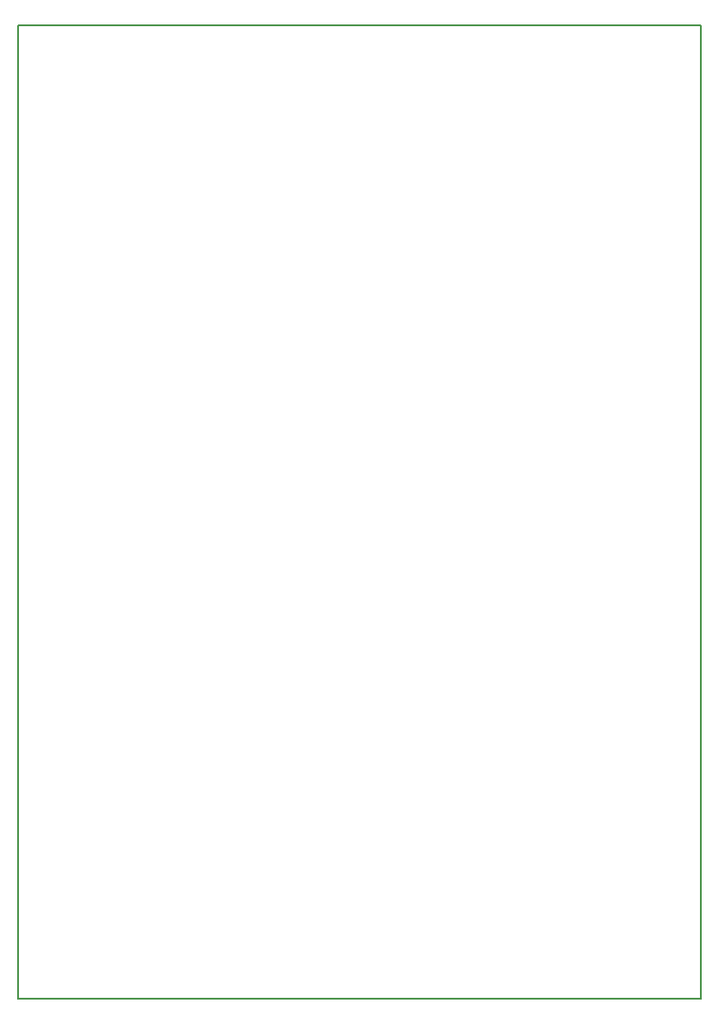
<source format=gbr>
%TF.GenerationSoftware,KiCad,Pcbnew,8.0.2-8.0.2-0~ubuntu22.04.1*%
%TF.CreationDate,2024-05-09T21:23:21-04:00*%
%TF.ProjectId,TEJ Final Project,54454a20-4669-46e6-916c-2050726f6a65,rev?*%
%TF.SameCoordinates,Original*%
%TF.FileFunction,Profile,NP*%
%FSLAX46Y46*%
G04 Gerber Fmt 4.6, Leading zero omitted, Abs format (unit mm)*
G04 Created by KiCad (PCBNEW 8.0.2-8.0.2-0~ubuntu22.04.1) date 2024-05-09 21:23:21*
%MOMM*%
%LPD*%
G01*
G04 APERTURE LIST*
%TA.AperFunction,Profile*%
%ADD10C,0.150000*%
%TD*%
G04 APERTURE END LIST*
D10*
X116566000Y-45212000D02*
X180574000Y-45212000D01*
X180574000Y-136398000D01*
X116566000Y-136398000D01*
X116566000Y-45212000D01*
M02*

</source>
